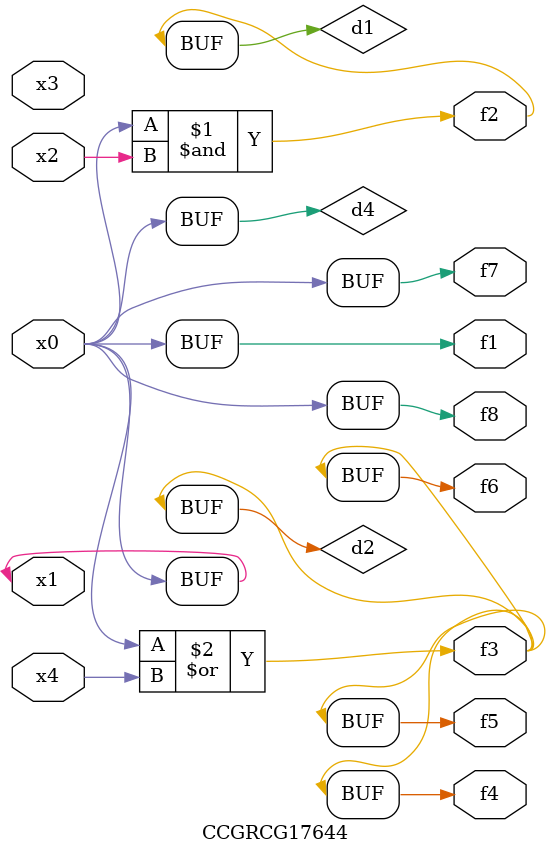
<source format=v>
module CCGRCG17644(
	input x0, x1, x2, x3, x4,
	output f1, f2, f3, f4, f5, f6, f7, f8
);

	wire d1, d2, d3, d4;

	and (d1, x0, x2);
	or (d2, x0, x4);
	nand (d3, x0, x2);
	buf (d4, x0, x1);
	assign f1 = d4;
	assign f2 = d1;
	assign f3 = d2;
	assign f4 = d2;
	assign f5 = d2;
	assign f6 = d2;
	assign f7 = d4;
	assign f8 = d4;
endmodule

</source>
